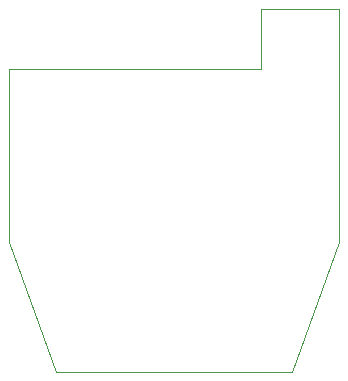
<source format=gbr>
G04 #@! TF.GenerationSoftware,KiCad,Pcbnew,(5.1.8)-1*
G04 #@! TF.CreationDate,2020-11-20T21:02:54+01:00*
G04 #@! TF.ProjectId,LORA_ATTINY84,4c4f5241-5f41-4545-9449-4e5938342e6b,rev?*
G04 #@! TF.SameCoordinates,Original*
G04 #@! TF.FileFunction,Profile,NP*
%FSLAX46Y46*%
G04 Gerber Fmt 4.6, Leading zero omitted, Abs format (unit mm)*
G04 Created by KiCad (PCBNEW (5.1.8)-1) date 2020-11-20 21:02:54*
%MOMM*%
%LPD*%
G01*
G04 APERTURE LIST*
G04 #@! TA.AperFunction,Profile*
%ADD10C,0.050000*%
G04 #@! TD*
G04 APERTURE END LIST*
D10*
X77400000Y-62500000D02*
X77400000Y-57400000D01*
X56000000Y-62500000D02*
X77400000Y-62500000D01*
X84000000Y-57400000D02*
X77400000Y-57400000D01*
X56000000Y-77100000D02*
X56000000Y-62500000D01*
X84000000Y-77100000D02*
X84000000Y-57400000D01*
X56000000Y-77100000D02*
X60000000Y-88100000D01*
X80000000Y-88100000D02*
X84000000Y-77100000D01*
X60000000Y-88100000D02*
X80000000Y-88100000D01*
M02*

</source>
